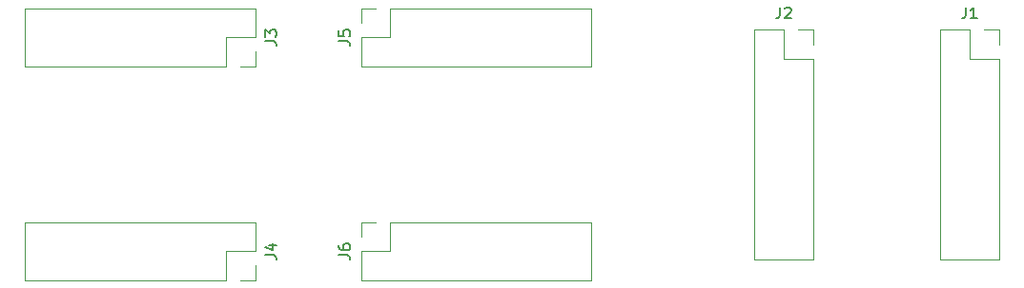
<source format=gbr>
G04 #@! TF.GenerationSoftware,KiCad,Pcbnew,(5.1.0-0)*
G04 #@! TF.CreationDate,2019-05-22T21:16:58-07:00*
G04 #@! TF.ProjectId,eurorack-bus,6575726f-7261-4636-9b2d-6275732e6b69,rev?*
G04 #@! TF.SameCoordinates,Original*
G04 #@! TF.FileFunction,Legend,Top*
G04 #@! TF.FilePolarity,Positive*
%FSLAX46Y46*%
G04 Gerber Fmt 4.6, Leading zero omitted, Abs format (unit mm)*
G04 Created by KiCad (PCBNEW (5.1.0-0)) date 2019-05-22 21:16:58*
%MOMM*%
%LPD*%
G04 APERTURE LIST*
%ADD10C,0.120000*%
%ADD11C,0.150000*%
G04 APERTURE END LIST*
D10*
X102930000Y-77410000D02*
X102930000Y-80010000D01*
X102930000Y-77410000D02*
X82490000Y-77410000D01*
X82490000Y-77410000D02*
X82490000Y-82610000D01*
X100330000Y-82610000D02*
X82490000Y-82610000D01*
X100330000Y-80010000D02*
X100330000Y-82610000D01*
X102930000Y-80010000D02*
X100330000Y-80010000D01*
X102930000Y-82610000D02*
X101600000Y-82610000D01*
X102930000Y-81280000D02*
X102930000Y-82610000D01*
X102930000Y-100330000D02*
X102930000Y-101660000D01*
X102930000Y-101660000D02*
X101600000Y-101660000D01*
X102930000Y-99060000D02*
X100330000Y-99060000D01*
X100330000Y-99060000D02*
X100330000Y-101660000D01*
X100330000Y-101660000D02*
X82490000Y-101660000D01*
X82490000Y-96460000D02*
X82490000Y-101660000D01*
X102930000Y-96460000D02*
X82490000Y-96460000D01*
X102930000Y-96460000D02*
X102930000Y-99060000D01*
X163770000Y-79315000D02*
X166370000Y-79315000D01*
X163770000Y-79315000D02*
X163770000Y-99755000D01*
X163770000Y-99755000D02*
X168970000Y-99755000D01*
X168970000Y-81915000D02*
X168970000Y-99755000D01*
X166370000Y-81915000D02*
X168970000Y-81915000D01*
X166370000Y-79315000D02*
X166370000Y-81915000D01*
X168970000Y-79315000D02*
X168970000Y-80645000D01*
X167640000Y-79315000D02*
X168970000Y-79315000D01*
X112335000Y-82610000D02*
X112335000Y-80010000D01*
X112335000Y-82610000D02*
X132775000Y-82610000D01*
X132775000Y-82610000D02*
X132775000Y-77410000D01*
X114935000Y-77410000D02*
X132775000Y-77410000D01*
X114935000Y-80010000D02*
X114935000Y-77410000D01*
X112335000Y-80010000D02*
X114935000Y-80010000D01*
X112335000Y-77410000D02*
X113665000Y-77410000D01*
X112335000Y-78740000D02*
X112335000Y-77410000D01*
X112335000Y-97790000D02*
X112335000Y-96460000D01*
X112335000Y-96460000D02*
X113665000Y-96460000D01*
X112335000Y-99060000D02*
X114935000Y-99060000D01*
X114935000Y-99060000D02*
X114935000Y-96460000D01*
X114935000Y-96460000D02*
X132775000Y-96460000D01*
X132775000Y-101660000D02*
X132775000Y-96460000D01*
X112335000Y-101660000D02*
X132775000Y-101660000D01*
X112335000Y-101660000D02*
X112335000Y-99060000D01*
X147260000Y-79315000D02*
X149860000Y-79315000D01*
X147260000Y-79315000D02*
X147260000Y-99755000D01*
X147260000Y-99755000D02*
X152460000Y-99755000D01*
X152460000Y-81915000D02*
X152460000Y-99755000D01*
X149860000Y-81915000D02*
X152460000Y-81915000D01*
X149860000Y-79315000D02*
X149860000Y-81915000D01*
X152460000Y-79315000D02*
X152460000Y-80645000D01*
X151130000Y-79315000D02*
X152460000Y-79315000D01*
D11*
X103822380Y-80343333D02*
X104536666Y-80343333D01*
X104679523Y-80390952D01*
X104774761Y-80486190D01*
X104822380Y-80629047D01*
X104822380Y-80724285D01*
X103822380Y-79962380D02*
X103822380Y-79343333D01*
X104203333Y-79676666D01*
X104203333Y-79533809D01*
X104250952Y-79438571D01*
X104298571Y-79390952D01*
X104393809Y-79343333D01*
X104631904Y-79343333D01*
X104727142Y-79390952D01*
X104774761Y-79438571D01*
X104822380Y-79533809D01*
X104822380Y-79819523D01*
X104774761Y-79914761D01*
X104727142Y-79962380D01*
X103822380Y-99393333D02*
X104536666Y-99393333D01*
X104679523Y-99440952D01*
X104774761Y-99536190D01*
X104822380Y-99679047D01*
X104822380Y-99774285D01*
X104155714Y-98488571D02*
X104822380Y-98488571D01*
X103774761Y-98726666D02*
X104489047Y-98964761D01*
X104489047Y-98345714D01*
X166036666Y-77327380D02*
X166036666Y-78041666D01*
X165989047Y-78184523D01*
X165893809Y-78279761D01*
X165750952Y-78327380D01*
X165655714Y-78327380D01*
X167036666Y-78327380D02*
X166465238Y-78327380D01*
X166750952Y-78327380D02*
X166750952Y-77327380D01*
X166655714Y-77470238D01*
X166560476Y-77565476D01*
X166465238Y-77613095D01*
X110347380Y-80343333D02*
X111061666Y-80343333D01*
X111204523Y-80390952D01*
X111299761Y-80486190D01*
X111347380Y-80629047D01*
X111347380Y-80724285D01*
X110347380Y-79390952D02*
X110347380Y-79867142D01*
X110823571Y-79914761D01*
X110775952Y-79867142D01*
X110728333Y-79771904D01*
X110728333Y-79533809D01*
X110775952Y-79438571D01*
X110823571Y-79390952D01*
X110918809Y-79343333D01*
X111156904Y-79343333D01*
X111252142Y-79390952D01*
X111299761Y-79438571D01*
X111347380Y-79533809D01*
X111347380Y-79771904D01*
X111299761Y-79867142D01*
X111252142Y-79914761D01*
X110347380Y-99393333D02*
X111061666Y-99393333D01*
X111204523Y-99440952D01*
X111299761Y-99536190D01*
X111347380Y-99679047D01*
X111347380Y-99774285D01*
X110347380Y-98488571D02*
X110347380Y-98679047D01*
X110395000Y-98774285D01*
X110442619Y-98821904D01*
X110585476Y-98917142D01*
X110775952Y-98964761D01*
X111156904Y-98964761D01*
X111252142Y-98917142D01*
X111299761Y-98869523D01*
X111347380Y-98774285D01*
X111347380Y-98583809D01*
X111299761Y-98488571D01*
X111252142Y-98440952D01*
X111156904Y-98393333D01*
X110918809Y-98393333D01*
X110823571Y-98440952D01*
X110775952Y-98488571D01*
X110728333Y-98583809D01*
X110728333Y-98774285D01*
X110775952Y-98869523D01*
X110823571Y-98917142D01*
X110918809Y-98964761D01*
X149526666Y-77327380D02*
X149526666Y-78041666D01*
X149479047Y-78184523D01*
X149383809Y-78279761D01*
X149240952Y-78327380D01*
X149145714Y-78327380D01*
X149955238Y-77422619D02*
X150002857Y-77375000D01*
X150098095Y-77327380D01*
X150336190Y-77327380D01*
X150431428Y-77375000D01*
X150479047Y-77422619D01*
X150526666Y-77517857D01*
X150526666Y-77613095D01*
X150479047Y-77755952D01*
X149907619Y-78327380D01*
X150526666Y-78327380D01*
M02*

</source>
